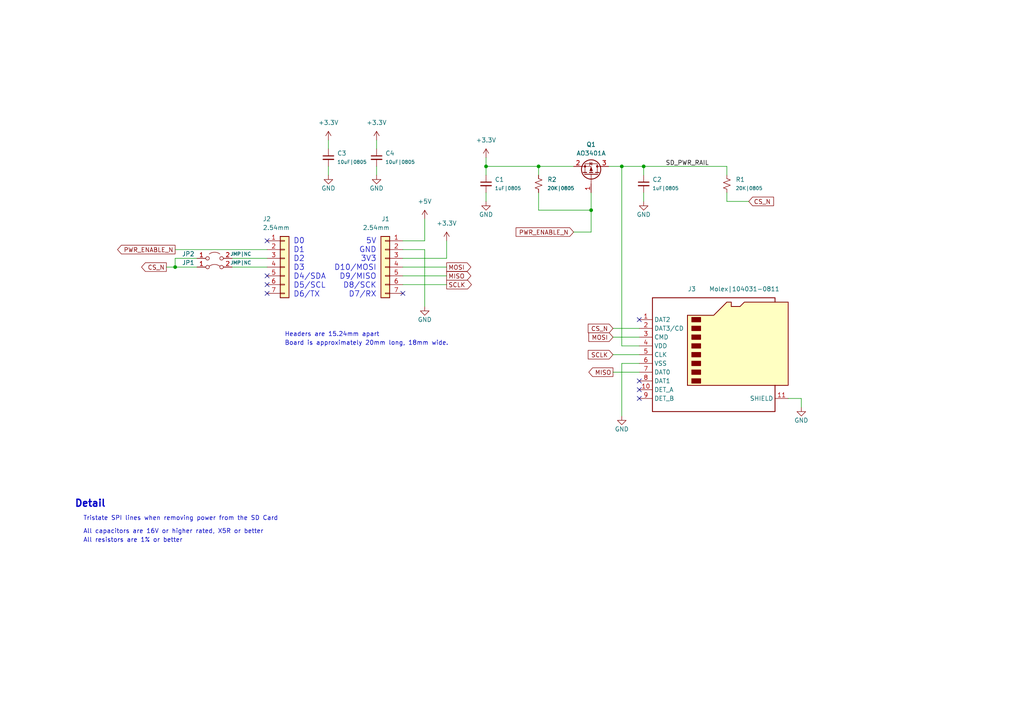
<source format=kicad_sch>
(kicad_sch (version 20230121) (generator eeschema)

  (uuid 3e5b4d40-26b8-49a0-9ad1-5ca25df4bc57)

  (paper "A4")

  (title_block
    (title "uSD Card with Power Switch")
    (date "2024-02-17")
    (rev "V1")
    (company "oshw")
    (comment 1 "For XIAO or Adafruit QT Py")
  )

  (lib_symbols
    (symbol "Connector:Micro_SD_Card_Det2" (in_bom yes) (on_board yes)
      (property "Reference" "J" (at -16.51 17.78 0)
        (effects (font (size 1.27 1.27)))
      )
      (property "Value" "Micro_SD_Card_Det2" (at 16.51 17.78 0)
        (effects (font (size 1.27 1.27)) (justify right))
      )
      (property "Footprint" "" (at 52.07 17.78 0)
        (effects (font (size 1.27 1.27)) hide)
      )
      (property "Datasheet" "https://www.hirose.com/en/product/document?clcode=&productname=&series=DM3&documenttype=Catalog&lang=en&documentid=D49662_en" (at 2.54 2.54 0)
        (effects (font (size 1.27 1.27)) hide)
      )
      (property "ki_keywords" "connector SD microsd" (at 0 0 0)
        (effects (font (size 1.27 1.27)) hide)
      )
      (property "ki_description" "Micro SD Card Socket with two card detection pins" (at 0 0 0)
        (effects (font (size 1.27 1.27)) hide)
      )
      (property "ki_fp_filters" "microSD*" (at 0 0 0)
        (effects (font (size 1.27 1.27)) hide)
      )
      (symbol "Micro_SD_Card_Det2_0_1"
        (rectangle (start -7.62 -6.985) (end -5.08 -8.255)
          (stroke (width 0.254) (type default))
          (fill (type outline))
        )
        (rectangle (start -7.62 -4.445) (end -5.08 -5.715)
          (stroke (width 0.254) (type default))
          (fill (type outline))
        )
        (rectangle (start -7.62 -1.905) (end -5.08 -3.175)
          (stroke (width 0.254) (type default))
          (fill (type outline))
        )
        (rectangle (start -7.62 0.635) (end -5.08 -0.635)
          (stroke (width 0.254) (type default))
          (fill (type outline))
        )
        (rectangle (start -7.62 3.175) (end -5.08 1.905)
          (stroke (width 0.254) (type default))
          (fill (type outline))
        )
        (rectangle (start -7.62 5.715) (end -5.08 4.445)
          (stroke (width 0.254) (type default))
          (fill (type outline))
        )
        (rectangle (start -7.62 8.255) (end -5.08 6.985)
          (stroke (width 0.254) (type default))
          (fill (type outline))
        )
        (rectangle (start -7.62 10.795) (end -5.08 9.525)
          (stroke (width 0.254) (type default))
          (fill (type outline))
        )
        (polyline
          (pts
            (xy 16.51 15.24)
            (xy 16.51 16.51)
            (xy -19.05 16.51)
            (xy -19.05 -16.51)
            (xy 16.51 -16.51)
            (xy 16.51 -8.89)
          )
          (stroke (width 0.254) (type default))
          (fill (type none))
        )
        (polyline
          (pts
            (xy -8.89 -8.89)
            (xy -8.89 11.43)
            (xy -1.27 11.43)
            (xy 2.54 15.24)
            (xy 3.81 15.24)
            (xy 3.81 13.97)
            (xy 6.35 13.97)
            (xy 7.62 15.24)
            (xy 20.32 15.24)
            (xy 20.32 -8.89)
            (xy -8.89 -8.89)
          )
          (stroke (width 0.254) (type default))
          (fill (type background))
        )
      )
      (symbol "Micro_SD_Card_Det2_1_1"
        (pin bidirectional line (at -22.86 10.16 0) (length 3.81)
          (name "DAT2" (effects (font (size 1.27 1.27))))
          (number "1" (effects (font (size 1.27 1.27))))
        )
        (pin passive line (at -22.86 -10.16 0) (length 3.81)
          (name "DET_A" (effects (font (size 1.27 1.27))))
          (number "10" (effects (font (size 1.27 1.27))))
        )
        (pin passive line (at 20.32 -12.7 180) (length 3.81)
          (name "SHIELD" (effects (font (size 1.27 1.27))))
          (number "11" (effects (font (size 1.27 1.27))))
        )
        (pin bidirectional line (at -22.86 7.62 0) (length 3.81)
          (name "DAT3/CD" (effects (font (size 1.27 1.27))))
          (number "2" (effects (font (size 1.27 1.27))))
        )
        (pin input line (at -22.86 5.08 0) (length 3.81)
          (name "CMD" (effects (font (size 1.27 1.27))))
          (number "3" (effects (font (size 1.27 1.27))))
        )
        (pin power_in line (at -22.86 2.54 0) (length 3.81)
          (name "VDD" (effects (font (size 1.27 1.27))))
          (number "4" (effects (font (size 1.27 1.27))))
        )
        (pin input line (at -22.86 0 0) (length 3.81)
          (name "CLK" (effects (font (size 1.27 1.27))))
          (number "5" (effects (font (size 1.27 1.27))))
        )
        (pin power_in line (at -22.86 -2.54 0) (length 3.81)
          (name "VSS" (effects (font (size 1.27 1.27))))
          (number "6" (effects (font (size 1.27 1.27))))
        )
        (pin bidirectional line (at -22.86 -5.08 0) (length 3.81)
          (name "DAT0" (effects (font (size 1.27 1.27))))
          (number "7" (effects (font (size 1.27 1.27))))
        )
        (pin bidirectional line (at -22.86 -7.62 0) (length 3.81)
          (name "DAT1" (effects (font (size 1.27 1.27))))
          (number "8" (effects (font (size 1.27 1.27))))
        )
        (pin passive line (at -22.86 -12.7 0) (length 3.81)
          (name "DET_B" (effects (font (size 1.27 1.27))))
          (number "9" (effects (font (size 1.27 1.27))))
        )
      )
    )
    (symbol "Connector_Generic:Conn_01x07" (pin_names (offset 1.016) hide) (in_bom yes) (on_board yes)
      (property "Reference" "J" (at 0 10.16 0)
        (effects (font (size 1.27 1.27)))
      )
      (property "Value" "Conn_01x07" (at 0 -10.16 0)
        (effects (font (size 1.27 1.27)))
      )
      (property "Footprint" "" (at 0 0 0)
        (effects (font (size 1.27 1.27)) hide)
      )
      (property "Datasheet" "~" (at 0 0 0)
        (effects (font (size 1.27 1.27)) hide)
      )
      (property "ki_keywords" "connector" (at 0 0 0)
        (effects (font (size 1.27 1.27)) hide)
      )
      (property "ki_description" "Generic connector, single row, 01x07, script generated (kicad-library-utils/schlib/autogen/connector/)" (at 0 0 0)
        (effects (font (size 1.27 1.27)) hide)
      )
      (property "ki_fp_filters" "Connector*:*_1x??_*" (at 0 0 0)
        (effects (font (size 1.27 1.27)) hide)
      )
      (symbol "Conn_01x07_1_1"
        (rectangle (start -1.27 -7.493) (end 0 -7.747)
          (stroke (width 0.1524) (type default))
          (fill (type none))
        )
        (rectangle (start -1.27 -4.953) (end 0 -5.207)
          (stroke (width 0.1524) (type default))
          (fill (type none))
        )
        (rectangle (start -1.27 -2.413) (end 0 -2.667)
          (stroke (width 0.1524) (type default))
          (fill (type none))
        )
        (rectangle (start -1.27 0.127) (end 0 -0.127)
          (stroke (width 0.1524) (type default))
          (fill (type none))
        )
        (rectangle (start -1.27 2.667) (end 0 2.413)
          (stroke (width 0.1524) (type default))
          (fill (type none))
        )
        (rectangle (start -1.27 5.207) (end 0 4.953)
          (stroke (width 0.1524) (type default))
          (fill (type none))
        )
        (rectangle (start -1.27 7.747) (end 0 7.493)
          (stroke (width 0.1524) (type default))
          (fill (type none))
        )
        (rectangle (start -1.27 8.89) (end 1.27 -8.89)
          (stroke (width 0.254) (type default))
          (fill (type background))
        )
        (pin passive line (at -5.08 7.62 0) (length 3.81)
          (name "Pin_1" (effects (font (size 1.27 1.27))))
          (number "1" (effects (font (size 1.27 1.27))))
        )
        (pin passive line (at -5.08 5.08 0) (length 3.81)
          (name "Pin_2" (effects (font (size 1.27 1.27))))
          (number "2" (effects (font (size 1.27 1.27))))
        )
        (pin passive line (at -5.08 2.54 0) (length 3.81)
          (name "Pin_3" (effects (font (size 1.27 1.27))))
          (number "3" (effects (font (size 1.27 1.27))))
        )
        (pin passive line (at -5.08 0 0) (length 3.81)
          (name "Pin_4" (effects (font (size 1.27 1.27))))
          (number "4" (effects (font (size 1.27 1.27))))
        )
        (pin passive line (at -5.08 -2.54 0) (length 3.81)
          (name "Pin_5" (effects (font (size 1.27 1.27))))
          (number "5" (effects (font (size 1.27 1.27))))
        )
        (pin passive line (at -5.08 -5.08 0) (length 3.81)
          (name "Pin_6" (effects (font (size 1.27 1.27))))
          (number "6" (effects (font (size 1.27 1.27))))
        )
        (pin passive line (at -5.08 -7.62 0) (length 3.81)
          (name "Pin_7" (effects (font (size 1.27 1.27))))
          (number "7" (effects (font (size 1.27 1.27))))
        )
      )
    )
    (symbol "Device:C_Small" (pin_numbers hide) (pin_names (offset 0.254) hide) (in_bom yes) (on_board yes)
      (property "Reference" "C" (at 0.254 1.778 0)
        (effects (font (size 1.27 1.27)) (justify left))
      )
      (property "Value" "C_Small" (at 0.254 -2.032 0)
        (effects (font (size 1.27 1.27)) (justify left))
      )
      (property "Footprint" "" (at 0 0 0)
        (effects (font (size 1.27 1.27)) hide)
      )
      (property "Datasheet" "~" (at 0 0 0)
        (effects (font (size 1.27 1.27)) hide)
      )
      (property "ki_keywords" "capacitor cap" (at 0 0 0)
        (effects (font (size 1.27 1.27)) hide)
      )
      (property "ki_description" "Unpolarized capacitor, small symbol" (at 0 0 0)
        (effects (font (size 1.27 1.27)) hide)
      )
      (property "ki_fp_filters" "C_*" (at 0 0 0)
        (effects (font (size 1.27 1.27)) hide)
      )
      (symbol "C_Small_0_1"
        (polyline
          (pts
            (xy -1.524 -0.508)
            (xy 1.524 -0.508)
          )
          (stroke (width 0.3302) (type default))
          (fill (type none))
        )
        (polyline
          (pts
            (xy -1.524 0.508)
            (xy 1.524 0.508)
          )
          (stroke (width 0.3048) (type default))
          (fill (type none))
        )
      )
      (symbol "C_Small_1_1"
        (pin passive line (at 0 2.54 270) (length 2.032)
          (name "~" (effects (font (size 1.27 1.27))))
          (number "1" (effects (font (size 1.27 1.27))))
        )
        (pin passive line (at 0 -2.54 90) (length 2.032)
          (name "~" (effects (font (size 1.27 1.27))))
          (number "2" (effects (font (size 1.27 1.27))))
        )
      )
    )
    (symbol "Device:R_Small_US" (pin_numbers hide) (pin_names (offset 0.254) hide) (in_bom yes) (on_board yes)
      (property "Reference" "R" (at 0.762 0.508 0)
        (effects (font (size 1.27 1.27)) (justify left))
      )
      (property "Value" "R_Small_US" (at 0.762 -1.016 0)
        (effects (font (size 1.27 1.27)) (justify left))
      )
      (property "Footprint" "" (at 0 0 0)
        (effects (font (size 1.27 1.27)) hide)
      )
      (property "Datasheet" "~" (at 0 0 0)
        (effects (font (size 1.27 1.27)) hide)
      )
      (property "ki_keywords" "r resistor" (at 0 0 0)
        (effects (font (size 1.27 1.27)) hide)
      )
      (property "ki_description" "Resistor, small US symbol" (at 0 0 0)
        (effects (font (size 1.27 1.27)) hide)
      )
      (property "ki_fp_filters" "R_*" (at 0 0 0)
        (effects (font (size 1.27 1.27)) hide)
      )
      (symbol "R_Small_US_1_1"
        (polyline
          (pts
            (xy 0 0)
            (xy 1.016 -0.381)
            (xy 0 -0.762)
            (xy -1.016 -1.143)
            (xy 0 -1.524)
          )
          (stroke (width 0) (type default))
          (fill (type none))
        )
        (polyline
          (pts
            (xy 0 1.524)
            (xy 1.016 1.143)
            (xy 0 0.762)
            (xy -1.016 0.381)
            (xy 0 0)
          )
          (stroke (width 0) (type default))
          (fill (type none))
        )
        (pin passive line (at 0 2.54 270) (length 1.016)
          (name "~" (effects (font (size 1.27 1.27))))
          (number "1" (effects (font (size 1.27 1.27))))
        )
        (pin passive line (at 0 -2.54 90) (length 1.016)
          (name "~" (effects (font (size 1.27 1.27))))
          (number "2" (effects (font (size 1.27 1.27))))
        )
      )
    )
    (symbol "Jumper:Jumper_2_Bridged" (pin_names (offset 0) hide) (in_bom yes) (on_board yes)
      (property "Reference" "JP" (at 0 1.905 0)
        (effects (font (size 1.27 1.27)))
      )
      (property "Value" "Jumper_2_Bridged" (at 0 -2.54 0)
        (effects (font (size 1.27 1.27)))
      )
      (property "Footprint" "" (at 0 0 0)
        (effects (font (size 1.27 1.27)) hide)
      )
      (property "Datasheet" "~" (at 0 0 0)
        (effects (font (size 1.27 1.27)) hide)
      )
      (property "ki_keywords" "Jumper SPST" (at 0 0 0)
        (effects (font (size 1.27 1.27)) hide)
      )
      (property "ki_description" "Jumper, 2-pole, closed/bridged" (at 0 0 0)
        (effects (font (size 1.27 1.27)) hide)
      )
      (property "ki_fp_filters" "Jumper* TestPoint*2Pads* TestPoint*Bridge*" (at 0 0 0)
        (effects (font (size 1.27 1.27)) hide)
      )
      (symbol "Jumper_2_Bridged_0_0"
        (circle (center -2.032 0) (radius 0.508)
          (stroke (width 0) (type default))
          (fill (type none))
        )
        (circle (center 2.032 0) (radius 0.508)
          (stroke (width 0) (type default))
          (fill (type none))
        )
      )
      (symbol "Jumper_2_Bridged_0_1"
        (arc (start 1.524 0.254) (mid 0 0.762) (end -1.524 0.254)
          (stroke (width 0) (type default))
          (fill (type none))
        )
      )
      (symbol "Jumper_2_Bridged_1_1"
        (pin passive line (at -5.08 0 0) (length 2.54)
          (name "A" (effects (font (size 1.27 1.27))))
          (number "1" (effects (font (size 1.27 1.27))))
        )
        (pin passive line (at 5.08 0 180) (length 2.54)
          (name "B" (effects (font (size 1.27 1.27))))
          (number "2" (effects (font (size 1.27 1.27))))
        )
      )
    )
    (symbol "Jumper:Jumper_2_Open" (pin_names (offset 0) hide) (in_bom yes) (on_board yes)
      (property "Reference" "JP" (at 0 2.794 0)
        (effects (font (size 1.27 1.27)))
      )
      (property "Value" "Jumper_2_Open" (at 0 -2.286 0)
        (effects (font (size 1.27 1.27)))
      )
      (property "Footprint" "" (at 0 0 0)
        (effects (font (size 1.27 1.27)) hide)
      )
      (property "Datasheet" "~" (at 0 0 0)
        (effects (font (size 1.27 1.27)) hide)
      )
      (property "ki_keywords" "Jumper SPST" (at 0 0 0)
        (effects (font (size 1.27 1.27)) hide)
      )
      (property "ki_description" "Jumper, 2-pole, open" (at 0 0 0)
        (effects (font (size 1.27 1.27)) hide)
      )
      (property "ki_fp_filters" "Jumper* TestPoint*2Pads* TestPoint*Bridge*" (at 0 0 0)
        (effects (font (size 1.27 1.27)) hide)
      )
      (symbol "Jumper_2_Open_0_0"
        (circle (center -2.032 0) (radius 0.508)
          (stroke (width 0) (type default))
          (fill (type none))
        )
        (circle (center 2.032 0) (radius 0.508)
          (stroke (width 0) (type default))
          (fill (type none))
        )
      )
      (symbol "Jumper_2_Open_0_1"
        (arc (start 1.524 1.27) (mid 0 1.778) (end -1.524 1.27)
          (stroke (width 0) (type default))
          (fill (type none))
        )
      )
      (symbol "Jumper_2_Open_1_1"
        (pin passive line (at -5.08 0 0) (length 2.54)
          (name "A" (effects (font (size 1.27 1.27))))
          (number "1" (effects (font (size 1.27 1.27))))
        )
        (pin passive line (at 5.08 0 180) (length 2.54)
          (name "B" (effects (font (size 1.27 1.27))))
          (number "2" (effects (font (size 1.27 1.27))))
        )
      )
    )
    (symbol "Transistor_FET:AO3401A" (pin_names hide) (in_bom yes) (on_board yes)
      (property "Reference" "Q" (at 5.08 1.905 0)
        (effects (font (size 1.27 1.27)) (justify left))
      )
      (property "Value" "AO3401A" (at 5.08 0 0)
        (effects (font (size 1.27 1.27)) (justify left))
      )
      (property "Footprint" "Package_TO_SOT_SMD:SOT-23" (at 5.08 -1.905 0)
        (effects (font (size 1.27 1.27) italic) (justify left) hide)
      )
      (property "Datasheet" "http://www.aosmd.com/pdfs/datasheet/AO3401A.pdf" (at 0 0 0)
        (effects (font (size 1.27 1.27)) (justify left) hide)
      )
      (property "ki_keywords" "P-Channel MOSFET" (at 0 0 0)
        (effects (font (size 1.27 1.27)) hide)
      )
      (property "ki_description" "-4.0A Id, -30V Vds, P-Channel MOSFET, SOT-23" (at 0 0 0)
        (effects (font (size 1.27 1.27)) hide)
      )
      (property "ki_fp_filters" "SOT?23*" (at 0 0 0)
        (effects (font (size 1.27 1.27)) hide)
      )
      (symbol "AO3401A_0_1"
        (polyline
          (pts
            (xy 0.254 0)
            (xy -2.54 0)
          )
          (stroke (width 0) (type default))
          (fill (type none))
        )
        (polyline
          (pts
            (xy 0.254 1.905)
            (xy 0.254 -1.905)
          )
          (stroke (width 0.254) (type default))
          (fill (type none))
        )
        (polyline
          (pts
            (xy 0.762 -1.27)
            (xy 0.762 -2.286)
          )
          (stroke (width 0.254) (type default))
          (fill (type none))
        )
        (polyline
          (pts
            (xy 0.762 0.508)
            (xy 0.762 -0.508)
          )
          (stroke (width 0.254) (type default))
          (fill (type none))
        )
        (polyline
          (pts
            (xy 0.762 2.286)
            (xy 0.762 1.27)
          )
          (stroke (width 0.254) (type default))
          (fill (type none))
        )
        (polyline
          (pts
            (xy 2.54 2.54)
            (xy 2.54 1.778)
          )
          (stroke (width 0) (type default))
          (fill (type none))
        )
        (polyline
          (pts
            (xy 2.54 -2.54)
            (xy 2.54 0)
            (xy 0.762 0)
          )
          (stroke (width 0) (type default))
          (fill (type none))
        )
        (polyline
          (pts
            (xy 0.762 1.778)
            (xy 3.302 1.778)
            (xy 3.302 -1.778)
            (xy 0.762 -1.778)
          )
          (stroke (width 0) (type default))
          (fill (type none))
        )
        (polyline
          (pts
            (xy 2.286 0)
            (xy 1.27 0.381)
            (xy 1.27 -0.381)
            (xy 2.286 0)
          )
          (stroke (width 0) (type default))
          (fill (type outline))
        )
        (polyline
          (pts
            (xy 2.794 -0.508)
            (xy 2.921 -0.381)
            (xy 3.683 -0.381)
            (xy 3.81 -0.254)
          )
          (stroke (width 0) (type default))
          (fill (type none))
        )
        (polyline
          (pts
            (xy 3.302 -0.381)
            (xy 2.921 0.254)
            (xy 3.683 0.254)
            (xy 3.302 -0.381)
          )
          (stroke (width 0) (type default))
          (fill (type none))
        )
        (circle (center 1.651 0) (radius 2.794)
          (stroke (width 0.254) (type default))
          (fill (type none))
        )
        (circle (center 2.54 -1.778) (radius 0.254)
          (stroke (width 0) (type default))
          (fill (type outline))
        )
        (circle (center 2.54 1.778) (radius 0.254)
          (stroke (width 0) (type default))
          (fill (type outline))
        )
      )
      (symbol "AO3401A_1_1"
        (pin input line (at -5.08 0 0) (length 2.54)
          (name "G" (effects (font (size 1.27 1.27))))
          (number "1" (effects (font (size 1.27 1.27))))
        )
        (pin passive line (at 2.54 -5.08 90) (length 2.54)
          (name "S" (effects (font (size 1.27 1.27))))
          (number "2" (effects (font (size 1.27 1.27))))
        )
        (pin passive line (at 2.54 5.08 270) (length 2.54)
          (name "D" (effects (font (size 1.27 1.27))))
          (number "3" (effects (font (size 1.27 1.27))))
        )
      )
    )
    (symbol "power:+3.3V" (power) (pin_names (offset 0)) (in_bom yes) (on_board yes)
      (property "Reference" "#PWR" (at 0 -3.81 0)
        (effects (font (size 1.27 1.27)) hide)
      )
      (property "Value" "+3.3V" (at 0 3.556 0)
        (effects (font (size 1.27 1.27)))
      )
      (property "Footprint" "" (at 0 0 0)
        (effects (font (size 1.27 1.27)) hide)
      )
      (property "Datasheet" "" (at 0 0 0)
        (effects (font (size 1.27 1.27)) hide)
      )
      (property "ki_keywords" "global power" (at 0 0 0)
        (effects (font (size 1.27 1.27)) hide)
      )
      (property "ki_description" "Power symbol creates a global label with name \"+3.3V\"" (at 0 0 0)
        (effects (font (size 1.27 1.27)) hide)
      )
      (symbol "+3.3V_0_1"
        (polyline
          (pts
            (xy -0.762 1.27)
            (xy 0 2.54)
          )
          (stroke (width 0) (type default))
          (fill (type none))
        )
        (polyline
          (pts
            (xy 0 0)
            (xy 0 2.54)
          )
          (stroke (width 0) (type default))
          (fill (type none))
        )
        (polyline
          (pts
            (xy 0 2.54)
            (xy 0.762 1.27)
          )
          (stroke (width 0) (type default))
          (fill (type none))
        )
      )
      (symbol "+3.3V_1_1"
        (pin power_in line (at 0 0 90) (length 0) hide
          (name "+3.3V" (effects (font (size 1.27 1.27))))
          (number "1" (effects (font (size 1.27 1.27))))
        )
      )
    )
    (symbol "power:+5V" (power) (pin_names (offset 0)) (in_bom yes) (on_board yes)
      (property "Reference" "#PWR" (at 0 -3.81 0)
        (effects (font (size 1.27 1.27)) hide)
      )
      (property "Value" "+5V" (at 0 3.556 0)
        (effects (font (size 1.27 1.27)))
      )
      (property "Footprint" "" (at 0 0 0)
        (effects (font (size 1.27 1.27)) hide)
      )
      (property "Datasheet" "" (at 0 0 0)
        (effects (font (size 1.27 1.27)) hide)
      )
      (property "ki_keywords" "global power" (at 0 0 0)
        (effects (font (size 1.27 1.27)) hide)
      )
      (property "ki_description" "Power symbol creates a global label with name \"+5V\"" (at 0 0 0)
        (effects (font (size 1.27 1.27)) hide)
      )
      (symbol "+5V_0_1"
        (polyline
          (pts
            (xy -0.762 1.27)
            (xy 0 2.54)
          )
          (stroke (width 0) (type default))
          (fill (type none))
        )
        (polyline
          (pts
            (xy 0 0)
            (xy 0 2.54)
          )
          (stroke (width 0) (type default))
          (fill (type none))
        )
        (polyline
          (pts
            (xy 0 2.54)
            (xy 0.762 1.27)
          )
          (stroke (width 0) (type default))
          (fill (type none))
        )
      )
      (symbol "+5V_1_1"
        (pin power_in line (at 0 0 90) (length 0) hide
          (name "+5V" (effects (font (size 1.27 1.27))))
          (number "1" (effects (font (size 1.27 1.27))))
        )
      )
    )
    (symbol "power:GND" (power) (pin_names (offset 0)) (in_bom yes) (on_board yes)
      (property "Reference" "#PWR" (at 0 -6.35 0)
        (effects (font (size 1.27 1.27)) hide)
      )
      (property "Value" "GND" (at 0 -3.81 0)
        (effects (font (size 1.27 1.27)))
      )
      (property "Footprint" "" (at 0 0 0)
        (effects (font (size 1.27 1.27)) hide)
      )
      (property "Datasheet" "" (at 0 0 0)
        (effects (font (size 1.27 1.27)) hide)
      )
      (property "ki_keywords" "global power" (at 0 0 0)
        (effects (font (size 1.27 1.27)) hide)
      )
      (property "ki_description" "Power symbol creates a global label with name \"GND\" , ground" (at 0 0 0)
        (effects (font (size 1.27 1.27)) hide)
      )
      (symbol "GND_0_1"
        (polyline
          (pts
            (xy 0 0)
            (xy 0 -1.27)
            (xy 1.27 -1.27)
            (xy 0 -2.54)
            (xy -1.27 -1.27)
            (xy 0 -1.27)
          )
          (stroke (width 0) (type default))
          (fill (type none))
        )
      )
      (symbol "GND_1_1"
        (pin power_in line (at 0 0 270) (length 0) hide
          (name "GND" (effects (font (size 1.27 1.27))))
          (number "1" (effects (font (size 1.27 1.27))))
        )
      )
    )
  )

  (junction (at 180.34 48.26) (diameter 0) (color 0 0 0 0)
    (uuid 327b9147-a580-443a-af78-38e96bbe487d)
  )
  (junction (at 156.21 48.26) (diameter 0) (color 0 0 0 0)
    (uuid 64ca0704-00fd-4d6b-b919-fc6e869f2ebc)
  )
  (junction (at 186.69 48.26) (diameter 0) (color 0 0 0 0)
    (uuid 90d20feb-d2b5-4581-a4a9-b80636a5b7d9)
  )
  (junction (at 171.45 60.96) (diameter 0) (color 0 0 0 0)
    (uuid a7fc8572-91fe-4d03-a380-67c7eaadd0b2)
  )
  (junction (at 140.97 48.26) (diameter 0) (color 0 0 0 0)
    (uuid d2c53436-763c-43a0-b68f-69e8c07b3e00)
  )
  (junction (at 50.8 77.47) (diameter 0) (color 0 0 0 0)
    (uuid daabeba3-9d90-4b55-8a85-41c71d03f15c)
  )

  (no_connect (at 77.47 80.01) (uuid 13e3dfd8-631e-47dc-9a73-39d079b1ad82))
  (no_connect (at 185.42 110.49) (uuid 27a6ae24-e2a8-4c4e-b012-a36161a81ea4))
  (no_connect (at 77.47 82.55) (uuid 369579ef-9a44-4d42-865e-ca1b48715e76))
  (no_connect (at 185.42 115.57) (uuid 4979b231-d54c-4430-96b6-ceb69d3c1c5a))
  (no_connect (at 116.84 85.09) (uuid 6bf00815-f3e2-4009-a4c7-ceb5d19f0104))
  (no_connect (at 77.47 85.09) (uuid 7a507659-d5ec-4c92-ba54-085d6f475245))
  (no_connect (at 185.42 92.71) (uuid c2f33909-2dde-4f5f-87ba-0794d6a8575d))
  (no_connect (at 185.42 113.03) (uuid c8665d34-b1ff-4831-a762-ab88eb5594f5))
  (no_connect (at 77.47 69.85) (uuid cdebbad6-56e4-45ae-9d02-348825547f82))

  (wire (pts (xy 177.8 102.87) (xy 185.42 102.87))
    (stroke (width 0) (type default))
    (uuid 0618ef00-afa9-4cab-abb3-e7c1f86f54f8)
  )
  (wire (pts (xy 50.8 72.39) (xy 77.47 72.39))
    (stroke (width 0) (type default))
    (uuid 06cbaea5-8c8a-440b-9a2a-3ba5d9f0613f)
  )
  (wire (pts (xy 176.53 48.26) (xy 180.34 48.26))
    (stroke (width 0) (type default))
    (uuid 0942817b-b467-4eea-badf-25c7e7c64556)
  )
  (wire (pts (xy 123.19 63.5) (xy 123.19 69.85))
    (stroke (width 0) (type default))
    (uuid 0b0dc65e-bc7c-40ee-a101-7ca96939ae81)
  )
  (wire (pts (xy 186.69 48.26) (xy 186.69 50.8))
    (stroke (width 0) (type default))
    (uuid 111e0a18-6a9d-45c4-a01d-b8ab015abad4)
  )
  (wire (pts (xy 123.19 69.85) (xy 116.84 69.85))
    (stroke (width 0) (type default))
    (uuid 11f547ee-8916-415e-ac4a-033caa4f9b05)
  )
  (wire (pts (xy 123.19 72.39) (xy 116.84 72.39))
    (stroke (width 0) (type default))
    (uuid 18622e78-49d2-413d-a2a4-6e0f85e1429f)
  )
  (wire (pts (xy 67.31 74.93) (xy 77.47 74.93))
    (stroke (width 0) (type default))
    (uuid 21140edb-df67-4540-b03f-1981d5da5f30)
  )
  (wire (pts (xy 116.84 77.47) (xy 129.54 77.47))
    (stroke (width 0) (type default))
    (uuid 2b5a9ca0-74ba-402e-a3b5-9d8e466beaa3)
  )
  (wire (pts (xy 140.97 48.26) (xy 140.97 50.8))
    (stroke (width 0) (type default))
    (uuid 2d89744d-886f-407d-ae37-01c247a65128)
  )
  (wire (pts (xy 232.41 118.11) (xy 232.41 115.57))
    (stroke (width 0) (type default))
    (uuid 327ef26b-dd49-4437-a313-9c03c41f03a9)
  )
  (wire (pts (xy 140.97 45.72) (xy 140.97 48.26))
    (stroke (width 0) (type default))
    (uuid 33ac8781-2c8e-4963-b022-49877e6a63c7)
  )
  (wire (pts (xy 50.8 74.93) (xy 57.15 74.93))
    (stroke (width 0) (type default))
    (uuid 34ba2a73-2f7b-4d57-9639-4825ae4c09fe)
  )
  (wire (pts (xy 180.34 100.33) (xy 185.42 100.33))
    (stroke (width 0) (type default))
    (uuid 35c27e1e-91e1-4093-8e2a-b85219fc01e9)
  )
  (wire (pts (xy 156.21 55.88) (xy 156.21 60.96))
    (stroke (width 0) (type default))
    (uuid 398e2e89-77ea-4d10-905b-54dbbc58119f)
  )
  (wire (pts (xy 95.25 48.26) (xy 95.25 50.8))
    (stroke (width 0) (type default))
    (uuid 3ae7f442-6069-4fdc-bb1d-70286ac91cce)
  )
  (wire (pts (xy 210.82 48.26) (xy 210.82 50.8))
    (stroke (width 0) (type default))
    (uuid 3b1d94b5-4ab6-40c8-a0ec-2191bdfb30ea)
  )
  (wire (pts (xy 67.31 77.47) (xy 77.47 77.47))
    (stroke (width 0) (type default))
    (uuid 3d1458a3-b99a-4a88-bc40-3e918237474d)
  )
  (wire (pts (xy 171.45 60.96) (xy 171.45 55.88))
    (stroke (width 0) (type default))
    (uuid 3ef7359b-ec12-4e07-b790-183c36850c4d)
  )
  (wire (pts (xy 232.41 115.57) (xy 228.6 115.57))
    (stroke (width 0) (type default))
    (uuid 41e00901-73c8-4a46-98a8-378af83f9a7c)
  )
  (wire (pts (xy 129.54 69.85) (xy 129.54 74.93))
    (stroke (width 0) (type default))
    (uuid 441eda6f-89d4-430a-b78b-d47432ac777a)
  )
  (wire (pts (xy 210.82 55.88) (xy 210.82 58.42))
    (stroke (width 0) (type default))
    (uuid 44f4bc83-e325-46c2-b127-99d7487b45b6)
  )
  (wire (pts (xy 109.22 48.26) (xy 109.22 50.8))
    (stroke (width 0) (type default))
    (uuid 45434571-1ae8-4921-aab4-8e7ba0bdc183)
  )
  (wire (pts (xy 180.34 48.26) (xy 180.34 100.33))
    (stroke (width 0) (type default))
    (uuid 49cc906c-a698-4c24-8b8b-56aea8ed32bf)
  )
  (wire (pts (xy 177.8 97.79) (xy 185.42 97.79))
    (stroke (width 0) (type default))
    (uuid 4f31016a-86fe-4a62-a05d-6da8601e2fd0)
  )
  (wire (pts (xy 140.97 48.26) (xy 156.21 48.26))
    (stroke (width 0) (type default))
    (uuid 51cf34ef-721b-431e-af2b-4ff6a3ca6311)
  )
  (wire (pts (xy 116.84 80.01) (xy 129.54 80.01))
    (stroke (width 0) (type default))
    (uuid 6297875c-201a-4d40-8fca-d5dd3749f8f4)
  )
  (wire (pts (xy 48.26 77.47) (xy 50.8 77.47))
    (stroke (width 0) (type default))
    (uuid 7fa5c898-eb56-4bf7-b842-d762d0df512d)
  )
  (wire (pts (xy 95.25 40.64) (xy 95.25 43.18))
    (stroke (width 0) (type default))
    (uuid 8819abce-05d6-46ca-92a0-8123869a0714)
  )
  (wire (pts (xy 156.21 60.96) (xy 171.45 60.96))
    (stroke (width 0) (type default))
    (uuid 97f20883-e270-4d60-91b4-30df70448067)
  )
  (wire (pts (xy 50.8 77.47) (xy 50.8 74.93))
    (stroke (width 0) (type default))
    (uuid 98355dd0-e40e-4153-8e66-a418256553fa)
  )
  (wire (pts (xy 177.8 107.95) (xy 185.42 107.95))
    (stroke (width 0) (type default))
    (uuid 9d023348-f605-44ed-b238-1e8a26414234)
  )
  (wire (pts (xy 116.84 74.93) (xy 129.54 74.93))
    (stroke (width 0) (type default))
    (uuid a01e41a2-12f3-4b92-ad60-cef4471e4de1)
  )
  (wire (pts (xy 186.69 48.26) (xy 180.34 48.26))
    (stroke (width 0) (type default))
    (uuid adb4248e-07da-4a12-8eee-25d0afa91c7f)
  )
  (wire (pts (xy 171.45 60.96) (xy 171.45 67.31))
    (stroke (width 0) (type default))
    (uuid b3e45a5b-d4c5-4bdb-b643-869377f5e9df)
  )
  (wire (pts (xy 50.8 77.47) (xy 57.15 77.47))
    (stroke (width 0) (type default))
    (uuid b6338319-4768-46fe-a211-cf0480108874)
  )
  (wire (pts (xy 123.19 88.9) (xy 123.19 72.39))
    (stroke (width 0) (type default))
    (uuid bad90aab-0cc7-4de2-b633-ff84f35c8816)
  )
  (wire (pts (xy 156.21 48.26) (xy 156.21 50.8))
    (stroke (width 0) (type default))
    (uuid c489e1d1-184b-4383-8e56-b69d91281095)
  )
  (wire (pts (xy 116.84 82.55) (xy 129.54 82.55))
    (stroke (width 0) (type default))
    (uuid cc2186d9-207a-4f0a-aaf7-26a325233f05)
  )
  (wire (pts (xy 186.69 48.26) (xy 210.82 48.26))
    (stroke (width 0) (type default))
    (uuid ccbfdf22-2497-4e27-bb36-147b8a7200d6)
  )
  (wire (pts (xy 180.34 105.41) (xy 180.34 120.65))
    (stroke (width 0) (type default))
    (uuid cef2d5c1-fd0d-463f-a85a-24bd22f71075)
  )
  (wire (pts (xy 109.22 40.64) (xy 109.22 43.18))
    (stroke (width 0) (type default))
    (uuid d4139367-91b3-4571-af04-372173effdb1)
  )
  (wire (pts (xy 185.42 105.41) (xy 180.34 105.41))
    (stroke (width 0) (type default))
    (uuid da84f3cb-92da-4fce-a647-2238c707bbf1)
  )
  (wire (pts (xy 166.37 67.31) (xy 171.45 67.31))
    (stroke (width 0) (type default))
    (uuid dd9baba0-d779-46c0-aba3-bee22975599c)
  )
  (wire (pts (xy 140.97 55.88) (xy 140.97 58.42))
    (stroke (width 0) (type default))
    (uuid de3c6a52-1a8e-4921-9a2c-d5d95e3beb93)
  )
  (wire (pts (xy 156.21 48.26) (xy 166.37 48.26))
    (stroke (width 0) (type default))
    (uuid e690d0f7-b748-4be1-b923-e29dcb942f58)
  )
  (wire (pts (xy 210.82 58.42) (xy 217.17 58.42))
    (stroke (width 0) (type default))
    (uuid eb1d0296-0831-4767-92d3-94e5588105d3)
  )
  (wire (pts (xy 186.69 55.88) (xy 186.69 58.42))
    (stroke (width 0) (type default))
    (uuid ecaccb14-4ab8-4e2a-aa2f-819159ee16a8)
  )
  (wire (pts (xy 177.8 95.25) (xy 185.42 95.25))
    (stroke (width 0) (type default))
    (uuid f067ea2b-2293-4795-aab7-014ec6457a46)
  )

  (text "D0\nD1\nD2\nD3\nD4/SDA\nD5/SCL\nD6/TX" (at 85.09 86.36 0)
    (effects (font (size 1.6 1.6)) (justify left bottom))
    (uuid 4c74065b-d6d2-4e47-81e6-400c2a3c2b26)
  )
  (text "Detail" (at 21.59 147.32 0)
    (effects (font (size 2 2) (thickness 0.4) bold) (justify left bottom))
    (uuid 896654ba-5a6a-4d9d-b57a-2afe1fade74b)
  )
  (text "Headers are 15.24mm apart" (at 82.55 97.79 0)
    (effects (font (size 1.27 1.27)) (justify left bottom))
    (uuid a6b83caf-3456-4940-ab5a-b97ee18c47b6)
  )
  (text "All resistors are 1% or better" (at 24.13 157.48 0)
    (effects (font (size 1.27 1.27)) (justify left bottom))
    (uuid ae17b84b-8cd5-4c49-8d6b-5a2542de8ba2)
  )
  (text "Board is approximately 20mm long, 18mm wide." (at 82.55 100.33 0)
    (effects (font (size 1.27 1.27)) (justify left bottom))
    (uuid c2990f59-1c99-4441-8eae-99198a8e3fc9)
  )
  (text "All capacitors are 16V or higher rated, X5R or better"
    (at 24.13 154.94 0)
    (effects (font (size 1.27 1.27)) (justify left bottom))
    (uuid ca9ae94a-614c-42ee-8b15-8c3f78f93b99)
  )
  (text "5V\nGND\n3V3\nD10/MOSI\nD9/MISO\nD8/SCK\nD7/RX" (at 109.22 86.36 0)
    (effects (font (size 1.6 1.6)) (justify right bottom))
    (uuid dbd7e871-946b-4549-ba95-9e177c4aad29)
  )
  (text "Tristate SPI lines when removing power from the SD Card"
    (at 24.13 151.13 0)
    (effects (font (size 1.27 1.27)) (justify left bottom))
    (uuid e826dc2c-0240-4057-9dbb-86675417d393)
  )

  (label "SD_PWR_RAIL" (at 193.04 48.26 0) (fields_autoplaced)
    (effects (font (size 1.27 1.27)) (justify left bottom))
    (uuid 61b66566-39e8-4944-8319-075e32197abf)
  )

  (global_label "PWR_ENABLE_N" (shape input) (at 166.37 67.31 180) (fields_autoplaced)
    (effects (font (size 1.27 1.27)) (justify right))
    (uuid 15d71501-eaf9-4bdd-8d9f-85fcd3c4a031)
    (property "Intersheetrefs" "${INTERSHEET_REFS}" (at 149.1125 67.31 0)
      (effects (font (size 1.27 1.27)) (justify right) hide)
    )
  )
  (global_label "MISO" (shape output) (at 129.54 80.01 0) (fields_autoplaced)
    (effects (font (size 1.27 1.27)) (justify left))
    (uuid 2195af12-4465-481c-baff-3f3bbddc4b61)
    (property "Intersheetrefs" "${INTERSHEET_REFS}" (at 137.1214 80.01 0)
      (effects (font (size 1.27 1.27)) (justify left) hide)
    )
  )
  (global_label "SCLK" (shape output) (at 129.54 82.55 0) (fields_autoplaced)
    (effects (font (size 1.27 1.27)) (justify left))
    (uuid 2e7d1de7-6987-463a-9bd1-bcd90fe2de87)
    (property "Intersheetrefs" "${INTERSHEET_REFS}" (at 137.3028 82.55 0)
      (effects (font (size 1.27 1.27)) (justify left) hide)
    )
  )
  (global_label "CS_N" (shape input) (at 177.8 95.25 180) (fields_autoplaced)
    (effects (font (size 1.27 1.27)) (justify right))
    (uuid 842b75f4-519f-4bef-83d1-bfddccca87da)
    (property "Intersheetrefs" "${INTERSHEET_REFS}" (at 170.0372 95.25 0)
      (effects (font (size 1.27 1.27)) (justify right) hide)
    )
  )
  (global_label "SCLK" (shape input) (at 177.8 102.87 180) (fields_autoplaced)
    (effects (font (size 1.27 1.27)) (justify right))
    (uuid 879b2c76-216b-4e61-99eb-42902d8284cf)
    (property "Intersheetrefs" "${INTERSHEET_REFS}" (at 170.0372 102.87 0)
      (effects (font (size 1.27 1.27)) (justify right) hide)
    )
  )
  (global_label "MOSI" (shape input) (at 177.8 97.79 180) (fields_autoplaced)
    (effects (font (size 1.27 1.27)) (justify right))
    (uuid a548dcf5-ce40-4b1c-8f01-a521b24eb6ca)
    (property "Intersheetrefs" "${INTERSHEET_REFS}" (at 170.2186 97.79 0)
      (effects (font (size 1.27 1.27)) (justify right) hide)
    )
  )
  (global_label "CS_N" (shape input) (at 217.17 58.42 0) (fields_autoplaced)
    (effects (font (size 1.27 1.27)) (justify left))
    (uuid c00a3930-88af-43d4-bf43-9e85d680bb5d)
    (property "Intersheetrefs" "${INTERSHEET_REFS}" (at 224.9328 58.42 0)
      (effects (font (size 1.27 1.27)) (justify left) hide)
    )
  )
  (global_label "PWR_ENABLE_N" (shape output) (at 50.8 72.39 180) (fields_autoplaced)
    (effects (font (size 1.27 1.27)) (justify right))
    (uuid c01068a7-7448-41e4-b32c-f1d19b6737c3)
    (property "Intersheetrefs" "${INTERSHEET_REFS}" (at 33.5425 72.39 0)
      (effects (font (size 1.27 1.27)) (justify right) hide)
    )
  )
  (global_label "CS_N" (shape output) (at 48.26 77.47 180) (fields_autoplaced)
    (effects (font (size 1.27 1.27)) (justify right))
    (uuid c935d228-d03d-4a50-98d5-2f17f9fb1824)
    (property "Intersheetrefs" "${INTERSHEET_REFS}" (at 40.4972 77.47 0)
      (effects (font (size 1.27 1.27)) (justify right) hide)
    )
  )
  (global_label "MOSI" (shape output) (at 129.54 77.47 0) (fields_autoplaced)
    (effects (font (size 1.27 1.27)) (justify left))
    (uuid dc043184-474f-417a-94df-9c3808e033f1)
    (property "Intersheetrefs" "${INTERSHEET_REFS}" (at 137.1214 77.47 0)
      (effects (font (size 1.27 1.27)) (justify left) hide)
    )
  )
  (global_label "MISO" (shape output) (at 177.8 107.95 180) (fields_autoplaced)
    (effects (font (size 1.27 1.27)) (justify right))
    (uuid f81e5a10-58ce-4f84-b139-a8878ea22793)
    (property "Intersheetrefs" "${INTERSHEET_REFS}" (at 170.2186 107.95 0)
      (effects (font (size 1.27 1.27)) (justify right) hide)
    )
  )

  (symbol (lib_id "power:GND") (at 140.97 58.42 0) (unit 1)
    (in_bom yes) (on_board yes) (dnp no)
    (uuid 21064e07-a21f-4953-9822-c945f44f8c2f)
    (property "Reference" "#PWR07" (at 140.97 64.77 0)
      (effects (font (size 1.27 1.27)) hide)
    )
    (property "Value" "GND" (at 140.97 62.23 0)
      (effects (font (size 1.27 1.27)))
    )
    (property "Footprint" "" (at 140.97 58.42 0)
      (effects (font (size 1.27 1.27)) hide)
    )
    (property "Datasheet" "" (at 140.97 58.42 0)
      (effects (font (size 1.27 1.27)) hide)
    )
    (pin "1" (uuid 873755e0-be7e-4524-b437-c803ea17dfac))
    (instances
      (project "uSD Card with Power Switch - for Xiao or QT Py"
        (path "/3e5b4d40-26b8-49a0-9ad1-5ca25df4bc57"
          (reference "#PWR07") (unit 1)
        )
      )
    )
  )

  (symbol (lib_id "power:+3.3V") (at 140.97 45.72 0) (unit 1)
    (in_bom yes) (on_board yes) (dnp no) (fields_autoplaced)
    (uuid 24ea6821-2b68-4c0e-bd28-b3832d6f54f4)
    (property "Reference" "#PWR06" (at 140.97 49.53 0)
      (effects (font (size 1.27 1.27)) hide)
    )
    (property "Value" "+3.3V" (at 140.97 40.64 0)
      (effects (font (size 1.27 1.27)))
    )
    (property "Footprint" "" (at 140.97 45.72 0)
      (effects (font (size 1.27 1.27)) hide)
    )
    (property "Datasheet" "" (at 140.97 45.72 0)
      (effects (font (size 1.27 1.27)) hide)
    )
    (pin "1" (uuid f544b61e-693d-4548-b1e5-76431f15a1ba))
    (instances
      (project "uSD Card with Power Switch - for Xiao or QT Py"
        (path "/3e5b4d40-26b8-49a0-9ad1-5ca25df4bc57"
          (reference "#PWR06") (unit 1)
        )
      )
    )
  )

  (symbol (lib_id "power:GND") (at 123.19 88.9 0) (unit 1)
    (in_bom yes) (on_board yes) (dnp no)
    (uuid 2e49ecb5-fc30-4203-82a5-6cf3f6e27b07)
    (property "Reference" "#PWR01" (at 123.19 95.25 0)
      (effects (font (size 1.27 1.27)) hide)
    )
    (property "Value" "GND" (at 123.19 92.71 0)
      (effects (font (size 1.27 1.27)))
    )
    (property "Footprint" "" (at 123.19 88.9 0)
      (effects (font (size 1.27 1.27)) hide)
    )
    (property "Datasheet" "" (at 123.19 88.9 0)
      (effects (font (size 1.27 1.27)) hide)
    )
    (pin "1" (uuid 28cc8f25-da0c-4579-a687-a5668dae705f))
    (instances
      (project "uSD Card with Power Switch - for Xiao or QT Py"
        (path "/3e5b4d40-26b8-49a0-9ad1-5ca25df4bc57"
          (reference "#PWR01") (unit 1)
        )
      )
    )
  )

  (symbol (lib_id "power:GND") (at 180.34 120.65 0) (unit 1)
    (in_bom yes) (on_board yes) (dnp no)
    (uuid 3319c90b-6b22-4f57-a002-a9e9579260ae)
    (property "Reference" "#PWR05" (at 180.34 127 0)
      (effects (font (size 1.27 1.27)) hide)
    )
    (property "Value" "GND" (at 180.34 124.46 0)
      (effects (font (size 1.27 1.27)))
    )
    (property "Footprint" "" (at 180.34 120.65 0)
      (effects (font (size 1.27 1.27)) hide)
    )
    (property "Datasheet" "" (at 180.34 120.65 0)
      (effects (font (size 1.27 1.27)) hide)
    )
    (pin "1" (uuid 01b592a8-df5c-4a87-9c67-d5565148c4c7))
    (instances
      (project "uSD Card with Power Switch - for Xiao or QT Py"
        (path "/3e5b4d40-26b8-49a0-9ad1-5ca25df4bc57"
          (reference "#PWR05") (unit 1)
        )
      )
    )
  )

  (symbol (lib_id "power:GND") (at 186.69 58.42 0) (unit 1)
    (in_bom yes) (on_board yes) (dnp no)
    (uuid 380bbf6d-fe2d-4fd0-84c4-745179105525)
    (property "Reference" "#PWR04" (at 186.69 64.77 0)
      (effects (font (size 1.27 1.27)) hide)
    )
    (property "Value" "GND" (at 186.69 62.23 0)
      (effects (font (size 1.27 1.27)))
    )
    (property "Footprint" "" (at 186.69 58.42 0)
      (effects (font (size 1.27 1.27)) hide)
    )
    (property "Datasheet" "" (at 186.69 58.42 0)
      (effects (font (size 1.27 1.27)) hide)
    )
    (pin "1" (uuid de2c09d3-5e83-4203-b467-20265f14a325))
    (instances
      (project "uSD Card with Power Switch - for Xiao or QT Py"
        (path "/3e5b4d40-26b8-49a0-9ad1-5ca25df4bc57"
          (reference "#PWR04") (unit 1)
        )
      )
    )
  )

  (symbol (lib_id "power:+3.3V") (at 109.22 40.64 0) (unit 1)
    (in_bom yes) (on_board yes) (dnp no) (fields_autoplaced)
    (uuid 39e34b44-5500-48ed-abcf-f4d7746e1887)
    (property "Reference" "#PWR011" (at 109.22 44.45 0)
      (effects (font (size 1.27 1.27)) hide)
    )
    (property "Value" "+3.3V" (at 109.22 35.56 0)
      (effects (font (size 1.27 1.27)))
    )
    (property "Footprint" "" (at 109.22 40.64 0)
      (effects (font (size 1.27 1.27)) hide)
    )
    (property "Datasheet" "" (at 109.22 40.64 0)
      (effects (font (size 1.27 1.27)) hide)
    )
    (pin "1" (uuid d8f6660a-9897-48a8-a42d-1f31a6f16d82))
    (instances
      (project "uSD Card with Power Switch - for Xiao or QT Py"
        (path "/3e5b4d40-26b8-49a0-9ad1-5ca25df4bc57"
          (reference "#PWR011") (unit 1)
        )
      )
    )
  )

  (symbol (lib_id "Device:R_Small_US") (at 156.21 53.34 0) (unit 1)
    (in_bom yes) (on_board yes) (dnp no)
    (uuid 425a68e4-fea9-4e5c-9cae-5d9ef994ecf7)
    (property "Reference" "R2" (at 158.75 52.07 0)
      (effects (font (size 1.27 1.27)) (justify left))
    )
    (property "Value" "20K|0805" (at 158.75 54.6099 0)
      (effects (font (size 1 1)) (justify left))
    )
    (property "Footprint" "Resistor_SMD:R_0805_2012Metric" (at 156.21 53.34 0)
      (effects (font (size 1.27 1.27)) hide)
    )
    (property "Datasheet" "~" (at 156.21 53.34 0)
      (effects (font (size 1.27 1.27)) hide)
    )
    (pin "1" (uuid d4c9ffbd-a710-457d-9192-a416c5e5da13))
    (pin "2" (uuid 10f3b79e-6ee3-4057-8d3f-0c9e9a7b5719))
    (instances
      (project "uSD Card with Power Switch - for Xiao or QT Py"
        (path "/3e5b4d40-26b8-49a0-9ad1-5ca25df4bc57"
          (reference "R2") (unit 1)
        )
      )
    )
  )

  (symbol (lib_id "power:GND") (at 232.41 118.11 0) (unit 1)
    (in_bom yes) (on_board yes) (dnp no)
    (uuid 55f5089c-397c-4a8a-a753-75ffb50171b8)
    (property "Reference" "#PWR08" (at 232.41 124.46 0)
      (effects (font (size 1.27 1.27)) hide)
    )
    (property "Value" "GND" (at 232.41 121.92 0)
      (effects (font (size 1.27 1.27)))
    )
    (property "Footprint" "" (at 232.41 118.11 0)
      (effects (font (size 1.27 1.27)) hide)
    )
    (property "Datasheet" "" (at 232.41 118.11 0)
      (effects (font (size 1.27 1.27)) hide)
    )
    (pin "1" (uuid 9e3c45a1-7fc2-464f-b250-565f0fac02c4))
    (instances
      (project "uSD Card with Power Switch - for Xiao or QT Py"
        (path "/3e5b4d40-26b8-49a0-9ad1-5ca25df4bc57"
          (reference "#PWR08") (unit 1)
        )
      )
    )
  )

  (symbol (lib_id "Device:C_Small") (at 95.25 45.72 0) (unit 1)
    (in_bom yes) (on_board yes) (dnp no) (fields_autoplaced)
    (uuid 5f4b877e-2e4c-4406-b1d5-072e4d583325)
    (property "Reference" "C3" (at 97.79 44.4563 0)
      (effects (font (size 1.27 1.27)) (justify left))
    )
    (property "Value" "10uF|0805" (at 97.79 46.9962 0)
      (effects (font (size 1 1)) (justify left))
    )
    (property "Footprint" "Capacitor_SMD:C_0805_2012Metric" (at 95.25 45.72 0)
      (effects (font (size 1.27 1.27)) hide)
    )
    (property "Datasheet" "~" (at 95.25 45.72 0)
      (effects (font (size 1.27 1.27)) hide)
    )
    (pin "2" (uuid ae7d2e60-c620-4b01-b8a8-b839e6ac11da))
    (pin "1" (uuid 6a722efd-53e3-4b1f-ab52-87457d56b200))
    (instances
      (project "uSD Card with Power Switch - for Xiao or QT Py"
        (path "/3e5b4d40-26b8-49a0-9ad1-5ca25df4bc57"
          (reference "C3") (unit 1)
        )
      )
    )
  )

  (symbol (lib_id "Transistor_FET:AO3401A") (at 171.45 50.8 270) (mirror x) (unit 1)
    (in_bom yes) (on_board yes) (dnp no) (fields_autoplaced)
    (uuid 693d4bb5-5572-49e2-9fee-3dc62069d9ad)
    (property "Reference" "Q1" (at 171.45 41.91 90)
      (effects (font (size 1.27 1.27)))
    )
    (property "Value" "AO3401A" (at 171.45 44.45 90)
      (effects (font (size 1.27 1.27)))
    )
    (property "Footprint" "Package_TO_SOT_SMD:SOT-23" (at 169.545 45.72 0)
      (effects (font (size 1.27 1.27) italic) (justify left) hide)
    )
    (property "Datasheet" "http://www.aosmd.com/pdfs/datasheet/AO3401A.pdf" (at 171.45 50.8 0)
      (effects (font (size 1.27 1.27)) (justify left) hide)
    )
    (pin "1" (uuid 75711fba-5a87-42b5-ba39-ec57f7f93b13))
    (pin "2" (uuid 89cba6b5-a025-4e41-bb32-83da21ed24d0))
    (pin "3" (uuid ae1370dd-9727-4a9e-848e-811fd8978b52))
    (instances
      (project "uSD Card with Power Switch - for Xiao or QT Py"
        (path "/3e5b4d40-26b8-49a0-9ad1-5ca25df4bc57"
          (reference "Q1") (unit 1)
        )
      )
    )
  )

  (symbol (lib_id "Device:C_Small") (at 140.97 53.34 0) (unit 1)
    (in_bom yes) (on_board yes) (dnp no) (fields_autoplaced)
    (uuid 6dce96c7-37dc-4bf3-877c-9b49d441919f)
    (property "Reference" "C1" (at 143.51 52.0763 0)
      (effects (font (size 1.27 1.27)) (justify left))
    )
    (property "Value" "1uF|0805" (at 143.51 54.6162 0)
      (effects (font (size 1 1)) (justify left))
    )
    (property "Footprint" "Capacitor_SMD:C_0805_2012Metric" (at 140.97 53.34 0)
      (effects (font (size 1.27 1.27)) hide)
    )
    (property "Datasheet" "~" (at 140.97 53.34 0)
      (effects (font (size 1.27 1.27)) hide)
    )
    (pin "2" (uuid d937773c-2f5f-4640-8b1a-cb5984bddd10))
    (pin "1" (uuid 0da0a094-1dab-4f45-a939-67e6742aa632))
    (instances
      (project "uSD Card with Power Switch - for Xiao or QT Py"
        (path "/3e5b4d40-26b8-49a0-9ad1-5ca25df4bc57"
          (reference "C1") (unit 1)
        )
      )
    )
  )

  (symbol (lib_id "power:+3.3V") (at 95.25 40.64 0) (unit 1)
    (in_bom yes) (on_board yes) (dnp no) (fields_autoplaced)
    (uuid 86b355de-1d06-4b41-ae7b-72e1ca072f5e)
    (property "Reference" "#PWR010" (at 95.25 44.45 0)
      (effects (font (size 1.27 1.27)) hide)
    )
    (property "Value" "+3.3V" (at 95.25 35.56 0)
      (effects (font (size 1.27 1.27)))
    )
    (property "Footprint" "" (at 95.25 40.64 0)
      (effects (font (size 1.27 1.27)) hide)
    )
    (property "Datasheet" "" (at 95.25 40.64 0)
      (effects (font (size 1.27 1.27)) hide)
    )
    (pin "1" (uuid fed2f76f-a116-41a9-8872-21c04d171c9c))
    (instances
      (project "uSD Card with Power Switch - for Xiao or QT Py"
        (path "/3e5b4d40-26b8-49a0-9ad1-5ca25df4bc57"
          (reference "#PWR010") (unit 1)
        )
      )
    )
  )

  (symbol (lib_id "Jumper:Jumper_2_Open") (at 62.23 74.93 0) (unit 1)
    (in_bom yes) (on_board yes) (dnp no)
    (uuid 8f55442d-005f-4cd9-8593-04b86b9601b6)
    (property "Reference" "JP2" (at 54.61 73.66 0)
      (effects (font (size 1.27 1.27)))
    )
    (property "Value" "JMP|NC" (at 69.85 73.66 0)
      (effects (font (size 1 1)))
    )
    (property "Footprint" "Jumper:SolderJumper-2_P1.3mm_Open_TrianglePad1.0x1.5mm" (at 62.23 74.93 0)
      (effects (font (size 1.27 1.27)) hide)
    )
    (property "Datasheet" "~" (at 62.23 74.93 0)
      (effects (font (size 1.27 1.27)) hide)
    )
    (pin "1" (uuid 7f2423bf-f360-4a44-baa3-3c54a253e3e6))
    (pin "2" (uuid 224bae97-742c-4921-bc6d-434ef69b48d0))
    (instances
      (project "uSD Card with Power Switch - for Xiao or QT Py"
        (path "/3e5b4d40-26b8-49a0-9ad1-5ca25df4bc57"
          (reference "JP2") (unit 1)
        )
      )
    )
  )

  (symbol (lib_id "Connector_Generic:Conn_01x07") (at 111.76 77.47 0) (mirror y) (unit 1)
    (in_bom yes) (on_board yes) (dnp no)
    (uuid 9a397e17-f114-4397-b457-92ee59c27e05)
    (property "Reference" "J1" (at 113.03 63.5 0)
      (effects (font (size 1.27 1.27)) (justify left))
    )
    (property "Value" "2.54mm" (at 113.03 66.04 0)
      (effects (font (size 1.27 1.27)) (justify left))
    )
    (property "Footprint" "Connector_PinSocket_2.54mm:PinSocket_1x07_P2.54mm_Vertical" (at 111.76 77.47 0)
      (effects (font (size 1.27 1.27)) hide)
    )
    (property "Datasheet" "~" (at 111.76 77.47 0)
      (effects (font (size 1.27 1.27)) hide)
    )
    (pin "1" (uuid ef2cdc30-dca7-4f89-a841-1833e4430e47))
    (pin "6" (uuid 8ede9e80-7f14-4053-8140-8237a7a9f195))
    (pin "5" (uuid b66f23f3-0376-4910-af48-70d294897bb4))
    (pin "3" (uuid 2e51c453-fd6d-4247-9ab8-c76e2aafbb9d))
    (pin "2" (uuid 8c1412a8-c876-47fe-ba92-6252017a246b))
    (pin "7" (uuid 51e57990-328f-4371-a582-1ab8fa6e50eb))
    (pin "4" (uuid fbd5e669-2c55-44c9-b0bd-f5576b1c7a44))
    (instances
      (project "uSD Card with Power Switch - for Xiao or QT Py"
        (path "/3e5b4d40-26b8-49a0-9ad1-5ca25df4bc57"
          (reference "J1") (unit 1)
        )
      )
    )
  )

  (symbol (lib_id "Device:R_Small_US") (at 210.82 53.34 0) (unit 1)
    (in_bom yes) (on_board yes) (dnp no) (fields_autoplaced)
    (uuid b022422b-fd9d-407f-af4d-ceaf1ef4630a)
    (property "Reference" "R1" (at 213.36 52.07 0)
      (effects (font (size 1.27 1.27)) (justify left))
    )
    (property "Value" "20K|0805" (at 213.36 54.6099 0)
      (effects (font (size 1 1)) (justify left))
    )
    (property "Footprint" "Resistor_SMD:R_0805_2012Metric" (at 210.82 53.34 0)
      (effects (font (size 1.27 1.27)) hide)
    )
    (property "Datasheet" "~" (at 210.82 53.34 0)
      (effects (font (size 1.27 1.27)) hide)
    )
    (pin "1" (uuid e85f80e4-a93b-4957-9284-da784b36ed9a))
    (pin "2" (uuid 86f29939-1188-44f8-98f5-eb145e693ca6))
    (instances
      (project "uSD Card with Power Switch - for Xiao or QT Py"
        (path "/3e5b4d40-26b8-49a0-9ad1-5ca25df4bc57"
          (reference "R1") (unit 1)
        )
      )
    )
  )

  (symbol (lib_id "Connector:Micro_SD_Card_Det2") (at 208.28 102.87 0) (unit 1)
    (in_bom yes) (on_board yes) (dnp no)
    (uuid bc8cb2db-1156-437e-8ae9-d98aba9a1e02)
    (property "Reference" "J3" (at 200.66 83.82 0)
      (effects (font (size 1.27 1.27)))
    )
    (property "Value" "Molex|104031-0811" (at 215.9 83.82 0)
      (effects (font (size 1.27 1.27)))
    )
    (property "Footprint" "Connector_Card:microSD_HC_Molex_104031-0811" (at 260.35 85.09 0)
      (effects (font (size 1.27 1.27)) hide)
    )
    (property "Datasheet" "https://www.hirose.com/en/product/document?clcode=&productname=&series=DM3&documenttype=Catalog&lang=en&documentid=D49662_en" (at 210.82 100.33 0)
      (effects (font (size 1.27 1.27)) hide)
    )
    (pin "5" (uuid a659a74e-a70b-4482-b901-123ac3c02ada))
    (pin "8" (uuid 2d90e76c-6fa3-41ab-888b-2d2e83bce0bb))
    (pin "7" (uuid 1a07dd6e-875d-4afc-8cd0-ef41cb5633a7))
    (pin "3" (uuid 7d11dd21-21d8-4272-af8b-364a6015503b))
    (pin "4" (uuid 64338baa-df3f-43ad-ae4a-9e060f79876e))
    (pin "9" (uuid a2497b66-8a37-493a-8f21-33e60c2527bf))
    (pin "2" (uuid 9b1bdf55-9145-4059-a098-510f7ef02a3a))
    (pin "6" (uuid 04a04411-e74b-4d19-a698-07a4e9778a50))
    (pin "1" (uuid 540cebfa-94d4-4d35-852f-c014207432b6))
    (pin "11" (uuid 33739734-221d-47ed-8535-b2796c3cfcdd))
    (pin "10" (uuid cda123af-fa55-4e26-bbb6-4016f9dc66e7))
    (instances
      (project "uSD Card with Power Switch - for Xiao or QT Py"
        (path "/3e5b4d40-26b8-49a0-9ad1-5ca25df4bc57"
          (reference "J3") (unit 1)
        )
      )
    )
  )

  (symbol (lib_id "power:GND") (at 109.22 50.8 0) (unit 1)
    (in_bom yes) (on_board yes) (dnp no)
    (uuid beaf3a63-850c-4f36-8037-0d89fcc3334a)
    (property "Reference" "#PWR012" (at 109.22 57.15 0)
      (effects (font (size 1.27 1.27)) hide)
    )
    (property "Value" "GND" (at 109.22 54.61 0)
      (effects (font (size 1.27 1.27)))
    )
    (property "Footprint" "" (at 109.22 50.8 0)
      (effects (font (size 1.27 1.27)) hide)
    )
    (property "Datasheet" "" (at 109.22 50.8 0)
      (effects (font (size 1.27 1.27)) hide)
    )
    (pin "1" (uuid 665e3150-d3b7-4b1c-86f2-f4f9aae12cde))
    (instances
      (project "uSD Card with Power Switch - for Xiao or QT Py"
        (path "/3e5b4d40-26b8-49a0-9ad1-5ca25df4bc57"
          (reference "#PWR012") (unit 1)
        )
      )
    )
  )

  (symbol (lib_id "Jumper:Jumper_2_Bridged") (at 62.23 77.47 0) (unit 1)
    (in_bom yes) (on_board yes) (dnp no)
    (uuid c34601f6-232c-441a-9696-b5dbdcf96aeb)
    (property "Reference" "JP1" (at 54.61 76.2 0)
      (effects (font (size 1.27 1.27)))
    )
    (property "Value" "JMP|NC" (at 69.85 76.2 0)
      (effects (font (size 1 1)))
    )
    (property "Footprint" "Jumper:SolderJumper-2_P1.3mm_Bridged_RoundedPad1.0x1.5mm" (at 62.23 77.47 0)
      (effects (font (size 1.27 1.27)) hide)
    )
    (property "Datasheet" "~" (at 62.23 77.47 0)
      (effects (font (size 1.27 1.27)) hide)
    )
    (pin "1" (uuid b04006cc-8064-4240-896c-74c3799a8cc7))
    (pin "2" (uuid 46d15fdd-f398-4e70-9587-a12a420d1dbf))
    (instances
      (project "uSD Card with Power Switch - for Xiao or QT Py"
        (path "/3e5b4d40-26b8-49a0-9ad1-5ca25df4bc57"
          (reference "JP1") (unit 1)
        )
      )
    )
  )

  (symbol (lib_id "power:GND") (at 95.25 50.8 0) (unit 1)
    (in_bom yes) (on_board yes) (dnp no)
    (uuid c4787ec6-2fda-400e-8ff6-ab6bdbe3cbe1)
    (property "Reference" "#PWR09" (at 95.25 57.15 0)
      (effects (font (size 1.27 1.27)) hide)
    )
    (property "Value" "GND" (at 95.25 54.61 0)
      (effects (font (size 1.27 1.27)))
    )
    (property "Footprint" "" (at 95.25 50.8 0)
      (effects (font (size 1.27 1.27)) hide)
    )
    (property "Datasheet" "" (at 95.25 50.8 0)
      (effects (font (size 1.27 1.27)) hide)
    )
    (pin "1" (uuid d0188351-ee68-4abf-83fc-06072f1c6f54))
    (instances
      (project "uSD Card with Power Switch - for Xiao or QT Py"
        (path "/3e5b4d40-26b8-49a0-9ad1-5ca25df4bc57"
          (reference "#PWR09") (unit 1)
        )
      )
    )
  )

  (symbol (lib_id "Device:C_Small") (at 186.69 53.34 0) (unit 1)
    (in_bom yes) (on_board yes) (dnp no) (fields_autoplaced)
    (uuid e7827c33-83da-4b81-b7d7-655f44734477)
    (property "Reference" "C2" (at 189.23 52.0763 0)
      (effects (font (size 1.27 1.27)) (justify left))
    )
    (property "Value" "1uF|0805" (at 189.23 54.6162 0)
      (effects (font (size 1 1)) (justify left))
    )
    (property "Footprint" "Capacitor_SMD:C_0805_2012Metric" (at 186.69 53.34 0)
      (effects (font (size 1.27 1.27)) hide)
    )
    (property "Datasheet" "~" (at 186.69 53.34 0)
      (effects (font (size 1.27 1.27)) hide)
    )
    (pin "2" (uuid fc7768ef-e5d8-4696-accf-030db36004a0))
    (pin "1" (uuid 53e8f59c-3e33-4962-a766-bf1d04748ad0))
    (instances
      (project "uSD Card with Power Switch - for Xiao or QT Py"
        (path "/3e5b4d40-26b8-49a0-9ad1-5ca25df4bc57"
          (reference "C2") (unit 1)
        )
      )
    )
  )

  (symbol (lib_id "power:+3.3V") (at 129.54 69.85 0) (unit 1)
    (in_bom yes) (on_board yes) (dnp no) (fields_autoplaced)
    (uuid ed6a5e0d-b1dd-4e56-80fe-b80cafa48c5a)
    (property "Reference" "#PWR03" (at 129.54 73.66 0)
      (effects (font (size 1.27 1.27)) hide)
    )
    (property "Value" "+3.3V" (at 129.54 64.77 0)
      (effects (font (size 1.27 1.27)))
    )
    (property "Footprint" "" (at 129.54 69.85 0)
      (effects (font (size 1.27 1.27)) hide)
    )
    (property "Datasheet" "" (at 129.54 69.85 0)
      (effects (font (size 1.27 1.27)) hide)
    )
    (pin "1" (uuid d4a4ffe5-d04b-4149-8e44-07a8d2026550))
    (instances
      (project "uSD Card with Power Switch - for Xiao or QT Py"
        (path "/3e5b4d40-26b8-49a0-9ad1-5ca25df4bc57"
          (reference "#PWR03") (unit 1)
        )
      )
    )
  )

  (symbol (lib_id "power:+5V") (at 123.19 63.5 0) (unit 1)
    (in_bom yes) (on_board yes) (dnp no) (fields_autoplaced)
    (uuid ee968d60-cf5f-4de1-85fd-9956eba938c9)
    (property "Reference" "#PWR02" (at 123.19 67.31 0)
      (effects (font (size 1.27 1.27)) hide)
    )
    (property "Value" "+5V" (at 123.19 58.42 0)
      (effects (font (size 1.27 1.27)))
    )
    (property "Footprint" "" (at 123.19 63.5 0)
      (effects (font (size 1.27 1.27)) hide)
    )
    (property "Datasheet" "" (at 123.19 63.5 0)
      (effects (font (size 1.27 1.27)) hide)
    )
    (pin "1" (uuid b5f8a280-5e3e-4874-a4bd-6474ab6d8bdc))
    (instances
      (project "uSD Card with Power Switch - for Xiao or QT Py"
        (path "/3e5b4d40-26b8-49a0-9ad1-5ca25df4bc57"
          (reference "#PWR02") (unit 1)
        )
      )
    )
  )

  (symbol (lib_id "Connector_Generic:Conn_01x07") (at 82.55 77.47 0) (unit 1)
    (in_bom yes) (on_board yes) (dnp no)
    (uuid ef4e9cb1-5d73-43b3-9b4c-6d2244a60a07)
    (property "Reference" "J2" (at 76.2 63.5 0)
      (effects (font (size 1.27 1.27)) (justify left))
    )
    (property "Value" "2.54mm" (at 76.2 66.04 0)
      (effects (font (size 1.27 1.27)) (justify left))
    )
    (property "Footprint" "Connector_PinSocket_2.54mm:PinSocket_1x07_P2.54mm_Vertical" (at 82.55 77.47 0)
      (effects (font (size 1.27 1.27)) hide)
    )
    (property "Datasheet" "~" (at 82.55 77.47 0)
      (effects (font (size 1.27 1.27)) hide)
    )
    (pin "1" (uuid 4c407304-40cd-4050-9ee6-348f98a85077))
    (pin "6" (uuid 06750cf0-299a-4561-bc7d-fe818e295960))
    (pin "5" (uuid 06a31e9b-3738-4e0d-8134-8abdf47179b5))
    (pin "3" (uuid c907a1e4-0409-455d-9fa4-c19c53792c4d))
    (pin "2" (uuid e8888078-fee6-404d-9e8a-eda17f06479c))
    (pin "7" (uuid d95575c5-335c-4aa4-9469-f8e32d566139))
    (pin "4" (uuid 9cbc0ffd-a99c-43c5-baef-0e205ce7ae73))
    (instances
      (project "uSD Card with Power Switch - for Xiao or QT Py"
        (path "/3e5b4d40-26b8-49a0-9ad1-5ca25df4bc57"
          (reference "J2") (unit 1)
        )
      )
    )
  )

  (symbol (lib_id "Device:C_Small") (at 109.22 45.72 0) (unit 1)
    (in_bom yes) (on_board yes) (dnp no) (fields_autoplaced)
    (uuid fc6c2dc0-b30f-4231-a15e-11cd33994dd8)
    (property "Reference" "C4" (at 111.76 44.4563 0)
      (effects (font (size 1.27 1.27)) (justify left))
    )
    (property "Value" "10uF|0805" (at 111.76 46.9962 0)
      (effects (font (size 1 1)) (justify left))
    )
    (property "Footprint" "Capacitor_SMD:C_0805_2012Metric" (at 109.22 45.72 0)
      (effects (font (size 1.27 1.27)) hide)
    )
    (property "Datasheet" "~" (at 109.22 45.72 0)
      (effects (font (size 1.27 1.27)) hide)
    )
    (pin "2" (uuid 96681d3a-196f-40dd-bbdb-5170cc183e9f))
    (pin "1" (uuid e9341c91-6b2b-4eb0-bac0-d31f3c7bafc3))
    (instances
      (project "uSD Card with Power Switch - for Xiao or QT Py"
        (path "/3e5b4d40-26b8-49a0-9ad1-5ca25df4bc57"
          (reference "C4") (unit 1)
        )
      )
    )
  )

  (sheet_instances
    (path "/" (page "1"))
  )
)

</source>
